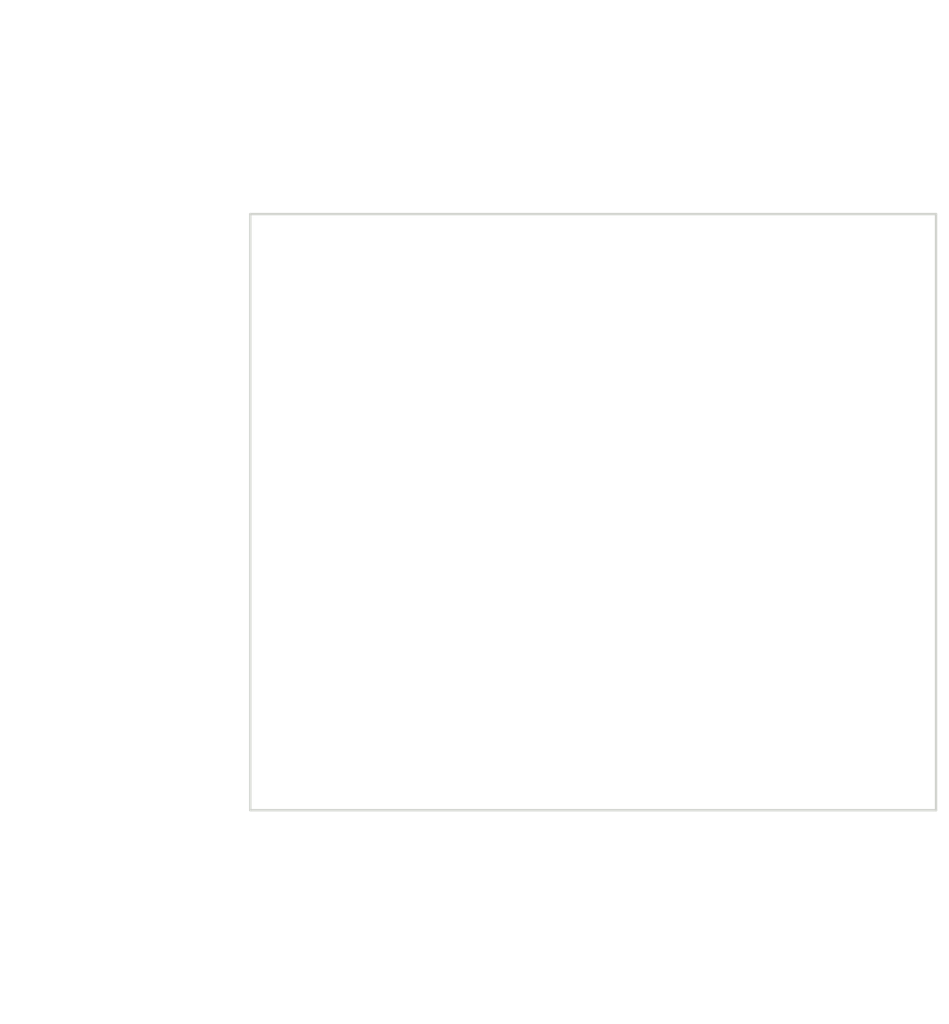
<source format=kicad_pcb>
(kicad_pcb (version 20211014) (generator pcbnew)

  (general
    (thickness 1.6)
  )

  (paper "A4")
  (layers
    (0 "F.Cu" signal)
    (31 "B.Cu" signal)
    (32 "B.Adhes" user "B.Adhesive")
    (33 "F.Adhes" user "F.Adhesive")
    (34 "B.Paste" user)
    (35 "F.Paste" user)
    (36 "B.SilkS" user "B.Silkscreen")
    (37 "F.SilkS" user "F.Silkscreen")
    (38 "B.Mask" user)
    (39 "F.Mask" user)
    (40 "Dwgs.User" user "User.Drawings")
    (41 "Cmts.User" user "User.Comments")
    (42 "Eco1.User" user "User.Eco1")
    (43 "Eco2.User" user "User.Eco2")
    (44 "Edge.Cuts" user)
    (45 "Margin" user)
    (46 "B.CrtYd" user "B.Courtyard")
    (47 "F.CrtYd" user "F.Courtyard")
    (48 "B.Fab" user)
    (49 "F.Fab" user)
    (50 "User.1" user)
    (51 "User.2" user)
    (52 "User.3" user)
    (53 "User.4" user)
    (54 "User.5" user)
    (55 "User.6" user)
    (56 "User.7" user)
    (57 "User.8" user)
    (58 "User.9" user)
  )

  (setup
    (pad_to_mask_clearance 0)
    (pcbplotparams
      (layerselection 0x00010fc_ffffffff)
      (disableapertmacros false)
      (usegerberextensions false)
      (usegerberattributes true)
      (usegerberadvancedattributes true)
      (creategerberjobfile true)
      (svguseinch false)
      (svgprecision 6)
      (excludeedgelayer true)
      (plotframeref false)
      (viasonmask false)
      (mode 1)
      (useauxorigin false)
      (hpglpennumber 1)
      (hpglpenspeed 20)
      (hpglpendiameter 15.000000)
      (dxfpolygonmode true)
      (dxfimperialunits true)
      (dxfusepcbnewfont true)
      (psnegative false)
      (psa4output false)
      (plotreference true)
      (plotvalue true)
      (plotinvisibletext false)
      (sketchpadsonfab false)
      (subtractmaskfromsilk false)
      (outputformat 1)
      (mirror false)
      (drillshape 1)
      (scaleselection 1)
      (outputdirectory "")
    )
  )

  (net 0 "")

  (gr_line (start 0.5 9) (end 29.5 9) (layer "Edge.Cuts") (width 0.1) (tstamp 344fcfc7-dd3f-4d17-95e0-70ba7315163c))
  (gr_line (start 29.5 9) (end 29.5 34.2) (layer "Edge.Cuts") (width 0.1) (tstamp 6bc4abbf-d046-4309-bfca-64fd441ddac3))
  (gr_line (start 0.5 34.2) (end 0.5 9) (layer "Edge.Cuts") (width 0.1) (tstamp 7ce5f575-6bda-4261-b8c2-f314fad343b7))
  (gr_line (start 29.5 34.2) (end 0.5 34.2) (layer "Edge.Cuts") (width 0.1) (tstamp cec8ee18-b05c-4267-a028-2f128e0df18a))
  (gr_line (start 30 0) (end 30 43.2) (layer "User.1") (width 0.1) (tstamp 14be568d-2e52-4aed-b81b-dddc75cbdd07))
  (gr_line (start 0 43.2) (end 0 0) (layer "User.1") (width 0.1) (tstamp 159574a9-ecec-48bb-adb0-3dc9e65d4e79))
  (gr_line (start 0 0) (end 30 0) (layer "User.1") (width 0.1) (tstamp 7a879184-fad8-4feb-afb5-86fe8d34f1f7))
  (gr_line (start 30 43.2) (end 0 43.2) (layer "User.1") (width 0.1) (tstamp bc3f6e1f-c81e-4889-865a-0e223a5a22e2))
  (dimension (type aligned) (layer "User.1") (tstamp 1785fcf6-6f2f-4407-8235-be85fc91edba)
    (pts (xy 0.5 34.2) (xy 0.5 9))
    (height -4.5)
    (gr_text "25.2000 mm" (at -5.15 21.6 90) (layer "User.1") (tstamp 973ac149-1966-44d5-a86e-9c377b8a4e0b)
      (effects (font (size 1 1) (thickness 0.15)))
    )
    (format (units 3) (units_format 1) (precision 4))
    (style (thickness 0.1) (arrow_length 1.27) (text_position_mode 0) (extension_height 0.58642) (extension_offset 0.5) keep_text_aligned)
  )

)

</source>
